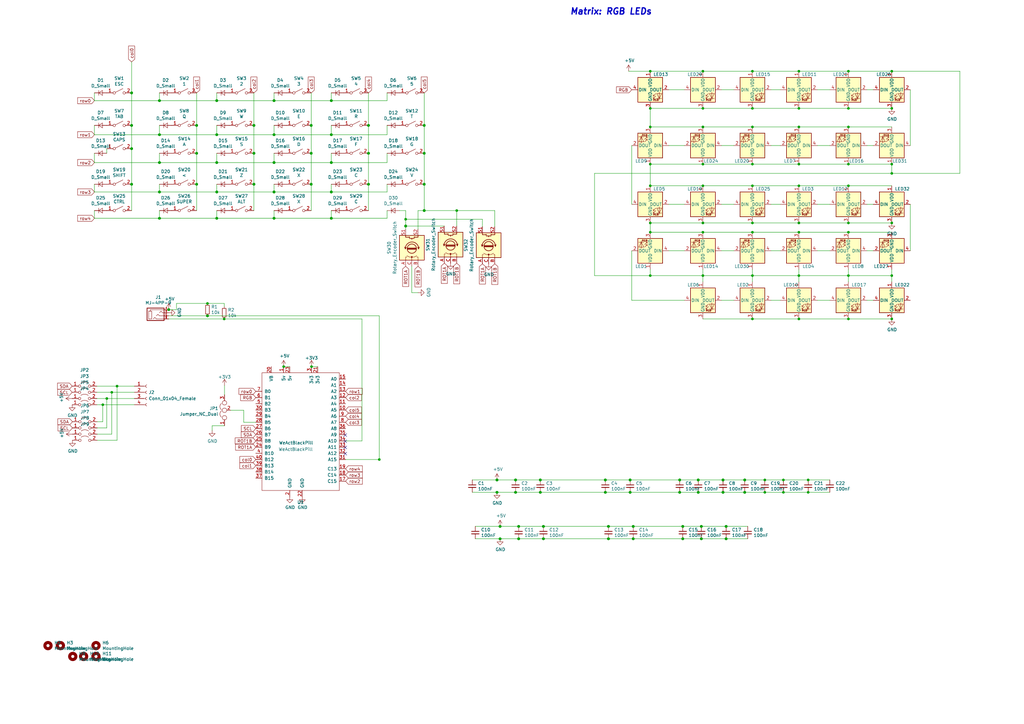
<source format=kicad_sch>
(kicad_sch (version 20210621) (generator eeschema)
  (paper "A3")
  (title_block (title "Stoutgat") (date "2020-07-26") (rev "0.2") (company "TKW"))
  (junction (at 266.7 29.21))
  (junction (at 278.765 201.93) (diameter 1.016))
  (junction (at 365.76 67.31))
  (junction (at 88.9 66.675) (diameter 1.016))
  (junction (at 222.885 220.98) (diameter 1.016))
  (junction (at 221.615 196.85) (diameter 1.016))
  (junction (at 287.655 220.98) (diameter 1.016))
  (junction (at 331.47 201.93))
  (junction (at 280.035 215.9) (diameter 1.016))
  (junction (at 166.37 89.916))
  (junction (at 288.29 52.07))
  (junction (at 212.725 220.98) (diameter 1.016))
  (junction (at 211.455 201.93) (diameter 1.016))
  (junction (at 288.29 76.2))
  (junction (at 104.14 62.865) (diameter 1.016))
  (junction (at 327.66 95.25))
  (junction (at 104.14 75.565) (diameter 1.016))
  (junction (at 151.13 75.565) (diameter 1.016))
  (junction (at 85.09 129.54) (diameter 1.016))
  (junction (at 112.395 41.275) (diameter 1.016))
  (junction (at 116.332 150.368))
  (junction (at 297.815 220.98) (diameter 1.016))
  (junction (at 166.37 92.71) (diameter 1.016))
  (junction (at 327.66 29.21))
  (junction (at 327.66 67.31))
  (junction (at 347.98 67.31))
  (junction (at 112.395 78.74) (diameter 1.016))
  (junction (at 135.89 89.535) (diameter 1.016))
  (junction (at 248.285 201.93) (diameter 1.016))
  (junction (at 127.635 75.565) (diameter 1.016))
  (junction (at 88.9 89.535) (diameter 1.016))
  (junction (at 266.7 52.07))
  (junction (at 173.99 62.865) (diameter 1.016))
  (junction (at 266.7 95.25))
  (junction (at 88.9 78.74) (diameter 1.016))
  (junction (at 187.325 86.36))
  (junction (at 308.61 91.44))
  (junction (at 43.815 163.449))
  (junction (at 42.164 165.989))
  (junction (at 173.99 86.36) (diameter 1.016))
  (junction (at 365.76 91.44))
  (junction (at 53.975 51.435) (diameter 1.016))
  (junction (at 327.66 76.2))
  (junction (at 308.61 67.31))
  (junction (at 327.66 113.03))
  (junction (at 308.61 95.25))
  (junction (at 327.66 52.07))
  (junction (at 347.98 95.25))
  (junction (at 266.7 76.2))
  (junction (at 347.98 91.44))
  (junction (at 331.47 196.85))
  (junction (at 88.9 41.275) (diameter 1.016))
  (junction (at 266.7 113.03))
  (junction (at 288.29 44.45))
  (junction (at 65.405 41.275) (diameter 1.016))
  (junction (at 305.435 201.93) (diameter 1.016))
  (junction (at 365.76 44.45))
  (junction (at 45.847 160.909))
  (junction (at 85.09 124.46))
  (junction (at 258.445 196.85) (diameter 1.016))
  (junction (at 249.555 215.9) (diameter 1.016))
  (junction (at 327.66 44.45))
  (junction (at 151.13 51.435) (diameter 1.016))
  (junction (at 135.89 55.245) (diameter 1.016))
  (junction (at 91.948 130.81))
  (junction (at 288.29 95.25))
  (junction (at 80.645 51.435) (diameter 1.016))
  (junction (at 65.405 55.245) (diameter 1.016))
  (junction (at 205.105 215.9) (diameter 1.016))
  (junction (at 266.7 67.31))
  (junction (at 211.455 196.85) (diameter 1.016))
  (junction (at 155.575 188.468))
  (junction (at 280.035 220.98) (diameter 1.016))
  (junction (at 365.76 130.81))
  (junction (at 321.31 201.93))
  (junction (at 221.615 201.93) (diameter 1.016))
  (junction (at 259.715 220.98) (diameter 1.016))
  (junction (at 173.99 51.435) (diameter 1.016))
  (junction (at 365.76 29.21))
  (junction (at 308.61 113.03))
  (junction (at 65.405 89.535) (diameter 1.016))
  (junction (at 266.7 44.45))
  (junction (at 288.29 91.44))
  (junction (at 151.13 62.865) (diameter 1.016))
  (junction (at 286.385 196.85) (diameter 1.016))
  (junction (at 308.61 29.21))
  (junction (at 53.975 60.96) (diameter 1.016))
  (junction (at 308.61 76.2))
  (junction (at 347.98 76.2))
  (junction (at 365.76 71.12))
  (junction (at 327.66 91.44))
  (junction (at 365.76 113.03))
  (junction (at 308.61 52.07))
  (junction (at 347.98 130.81))
  (junction (at 127.762 150.368))
  (junction (at 258.445 201.93) (diameter 1.016))
  (junction (at 347.98 29.21))
  (junction (at 249.555 220.98) (diameter 1.016))
  (junction (at 297.815 215.9) (diameter 1.016))
  (junction (at 135.89 78.74) (diameter 1.016))
  (junction (at 80.645 62.865) (diameter 1.016))
  (junction (at 104.14 51.435) (diameter 1.016))
  (junction (at 127.635 62.865) (diameter 1.016))
  (junction (at 321.31 196.85))
  (junction (at 205.105 220.98) (diameter 1.016))
  (junction (at 112.395 89.535) (diameter 1.016))
  (junction (at 135.89 66.675) (diameter 1.016))
  (junction (at 327.66 130.81))
  (junction (at 65.405 78.74) (diameter 1.016))
  (junction (at 88.9 55.245) (diameter 1.016))
  (junction (at 135.89 41.275) (diameter 1.016))
  (junction (at 112.395 66.675) (diameter 1.016))
  (junction (at 287.655 215.9) (diameter 1.016))
  (junction (at 308.61 130.81))
  (junction (at 259.715 215.9) (diameter 1.016))
  (junction (at 80.645 75.565) (diameter 1.016))
  (junction (at 296.545 196.85) (diameter 1.016))
  (junction (at 288.29 67.31))
  (junction (at 173.99 75.565) (diameter 1.016))
  (junction (at 222.885 215.9) (diameter 1.016))
  (junction (at 48.006 158.369))
  (junction (at 65.405 66.675) (diameter 1.016))
  (junction (at 203.835 201.93) (diameter 1.016))
  (junction (at 69.215 127) (diameter 1.016))
  (junction (at 313.69 196.85))
  (junction (at 288.29 29.21))
  (junction (at 347.98 113.03))
  (junction (at 313.69 201.93))
  (junction (at 266.7 91.44))
  (junction (at 203.835 196.85) (diameter 1.016))
  (junction (at 288.29 113.03))
  (junction (at 278.765 196.85) (diameter 1.016))
  (junction (at 347.98 52.07))
  (junction (at 286.385 201.93) (diameter 1.016))
  (junction (at 347.98 44.45))
  (junction (at 127.635 51.435) (diameter 1.016))
  (junction (at 53.975 75.565) (diameter 1.016))
  (junction (at 53.975 38.1) (diameter 1.016))
  (junction (at 296.545 201.93) (diameter 1.016))
  (junction (at 248.285 196.85) (diameter 1.016))
  (junction (at 112.395 55.245) (diameter 1.016))
  (junction (at 308.61 44.45))
  (junction (at 212.725 215.9) (diameter 1.016))
  (junction (at 305.435 196.85) (diameter 1.016))
  (no_connect (at 141.605 178.435))
  (no_connect (at 141.605 186.055))
  (no_connect (at 141.605 180.975))
  (no_connect (at 141.605 183.515))
  (wire (pts (xy 274.32 36.83) (xy 280.67 36.83)))
  (wire (pts (xy 295.91 59.69) (xy 300.99 59.69)))
  (wire (pts (xy 295.91 123.19) (xy 300.99 123.19)))
  (wire (pts (xy 53.975 75.565) (xy 53.975 86.36)))
  (wire (pts (xy 258.445 196.85) (xy 278.765 196.85)))
  (wire (pts (xy 65.405 41.275) (xy 38.735 41.275)))
  (wire (pts (xy 335.28 83.82) (xy 340.36 83.82)))
  (wire (pts (xy 127.635 75.565) (xy 127.635 86.36)))
  (wire (pts (xy 355.6 83.82) (xy 358.14 83.82)))
  (wire (pts (xy 221.615 196.85) (xy 248.285 196.85)))
  (wire (pts (xy 222.885 220.98) (xy 249.555 220.98)))
  (wire (pts (xy 65.405 89.535) (xy 38.735 89.535)))
  (wire (pts (xy 48.006 158.369) (xy 48.006 180.594)))
  (wire (pts (xy 39.878 180.594) (xy 48.006 180.594)))
  (wire (pts (xy 116.332 150.368) (xy 118.872 150.368)))
  (wire (pts (xy 286.385 201.93) (xy 278.765 201.93)))
  (wire (pts (xy 158.75 38.1) (xy 158.75 41.275)))
  (wire (pts (xy 197.866 92.964) (xy 197.866 89.916)))
  (wire (pts (xy 197.866 89.916) (xy 166.37 89.916)))
  (wire (pts (xy 158.75 41.275) (xy 135.89 41.275)))
  (wire (pts (xy 355.6 36.83) (xy 358.14 36.83)))
  (wire (pts (xy 316.23 83.82) (xy 320.04 83.82)))
  (wire (pts (xy 295.91 102.87) (xy 300.99 102.87)))
  (wire (pts (xy 155.575 129.54) (xy 155.575 188.468)))
  (wire (pts (xy 155.575 188.468) (xy 155.575 188.595)))
  (wire (pts (xy 222.885 215.9) (xy 249.555 215.9)))
  (wire (pts (xy 316.23 59.69) (xy 320.04 59.69)))
  (wire (pts (xy 53.975 25.4) (xy 53.975 38.1)))
  (wire (pts (xy 148.463 130.81) (xy 91.948 130.81)))
  (wire (pts (xy 91.948 130.81) (xy 69.215 130.81)))
  (wire (pts (xy 141.732 180.848) (xy 148.463 180.848)))
  (wire (pts (xy 148.463 180.848) (xy 148.463 130.81)))
  (wire (pts (xy 65.405 66.675) (xy 38.735 66.675)))
  (wire (pts (xy 88.9 66.675) (xy 65.405 66.675)))
  (wire (pts (xy 327.66 130.81) (xy 347.98 130.81)))
  (wire (pts (xy 308.61 130.81) (xy 327.66 130.81)))
  (wire (pts (xy 347.98 130.81) (xy 365.76 130.81)))
  (wire (pts (xy 288.29 130.81) (xy 308.61 130.81)))
  (wire (pts (xy 151.13 75.565) (xy 151.13 86.36)))
  (wire (pts (xy 69.215 127) (xy 72.39 127)))
  (wire (pts (xy 316.23 36.83) (xy 320.04 36.83)))
  (wire (pts (xy 127.635 51.435) (xy 127.635 62.865)))
  (wire (pts (xy 306.705 220.98) (xy 297.815 220.98)))
  (wire (pts (xy 335.28 123.19) (xy 340.36 123.19)))
  (wire (pts (xy 69.215 129.54) (xy 85.09 129.54)))
  (wire (pts (xy 38.735 55.245) (xy 65.405 55.245)))
  (wire (pts (xy 127.762 150.368) (xy 130.302 150.368)))
  (wire (pts (xy 65.405 78.74) (xy 88.9 78.74)))
  (wire (pts (xy 259.715 220.98) (xy 280.035 220.98)))
  (wire (pts (xy 112.395 38.1) (xy 112.395 41.275)))
  (wire (pts (xy 173.99 51.435) (xy 173.99 62.865)))
  (wire (pts (xy 203.835 201.93) (xy 193.675 201.93)))
  (wire (pts (xy 316.23 102.87) (xy 320.04 102.87)))
  (wire (pts (xy 112.395 75.565) (xy 112.395 78.74)))
  (wire (pts (xy 151.13 75.565) (xy 151.13 62.865)))
  (wire (pts (xy 221.615 201.93) (xy 211.455 201.93)))
  (wire (pts (xy 45.847 160.909) (xy 55.118 160.909)))
  (wire (pts (xy 39.751 160.909) (xy 45.847 160.909)))
  (wire (pts (xy 355.6 59.69) (xy 358.14 59.69)))
  (wire (pts (xy 85.09 129.54) (xy 155.575 129.54)))
  (wire (pts (xy 158.75 89.535) (xy 158.75 86.36)))
  (wire (pts (xy 43.815 163.449) (xy 55.118 163.449)))
  (wire (pts (xy 39.751 163.449) (xy 43.815 163.449)))
  (wire (pts (xy 38.735 75.565) (xy 38.735 78.74)))
  (wire (pts (xy 135.89 66.675) (xy 112.395 66.675)))
  (wire (pts (xy 92.075 158.115) (xy 92.075 161.925)))
  (wire (pts (xy 331.47 196.85) (xy 340.36 196.85)))
  (wire (pts (xy 327.66 52.07) (xy 308.61 52.07)))
  (wire (pts (xy 347.98 52.07) (xy 327.66 52.07)))
  (wire (pts (xy 308.61 52.07) (xy 288.29 52.07)))
  (wire (pts (xy 365.76 52.07) (xy 347.98 52.07)))
  (wire (pts (xy 266.7 52.07) (xy 266.7 44.45)))
  (wire (pts (xy 288.29 52.07) (xy 266.7 52.07)))
  (wire (pts (xy 38.735 78.74) (xy 65.405 78.74)))
  (wire (pts (xy 135.89 51.435) (xy 135.89 55.245)))
  (wire (pts (xy 88.9 62.865) (xy 88.9 66.675)))
  (wire (pts (xy 42.164 165.989) (xy 55.118 165.989)))
  (wire (pts (xy 39.751 165.989) (xy 42.164 165.989)))
  (wire (pts (xy 193.675 196.85) (xy 203.835 196.85)))
  (wire (pts (xy 287.655 220.98) (xy 280.035 220.98)))
  (wire (pts (xy 48.006 158.369) (xy 55.118 158.369)))
  (wire (pts (xy 39.751 158.369) (xy 48.006 158.369)))
  (wire (pts (xy 313.69 196.85) (xy 321.31 196.85)))
  (wire (pts (xy 305.435 196.85) (xy 313.69 196.85)))
  (wire (pts (xy 321.31 196.85) (xy 331.47 196.85)))
  (wire (pts (xy 39.878 175.514) (xy 43.815 175.514)))
  (wire (pts (xy 43.815 175.514) (xy 43.815 163.449)))
  (wire (pts (xy 127.635 62.865) (xy 127.635 75.565)))
  (wire (pts (xy 259.715 220.98) (xy 249.555 220.98)))
  (wire (pts (xy 53.975 60.96) (xy 53.975 51.435)))
  (wire (pts (xy 53.975 51.435) (xy 53.975 38.1)))
  (wire (pts (xy 327.66 113.03) (xy 327.66 115.57)))
  (wire (pts (xy 327.66 110.49) (xy 327.66 113.03)))
  (wire (pts (xy 288.29 113.03) (xy 288.29 115.57)))
  (wire (pts (xy 288.29 110.49) (xy 288.29 113.03)))
  (wire (pts (xy 86.995 174.625) (xy 86.995 176.53)))
  (wire (pts (xy 92.075 174.625) (xy 86.995 174.625)))
  (wire (pts (xy 158.75 62.865) (xy 158.75 66.675)))
  (wire (pts (xy 308.61 44.45) (xy 327.66 44.45)))
  (wire (pts (xy 327.66 44.45) (xy 347.98 44.45)))
  (wire (pts (xy 347.98 44.45) (xy 365.76 44.45)))
  (wire (pts (xy 266.7 44.45) (xy 288.29 44.45)))
  (wire (pts (xy 288.29 44.45) (xy 308.61 44.45)))
  (wire (pts (xy 373.38 36.83) (xy 373.38 59.69)))
  (wire (pts (xy 335.28 36.83) (xy 340.36 36.83)))
  (wire (pts (xy 104.14 51.435) (xy 104.14 38.1)))
  (wire (pts (xy 53.975 60.96) (xy 53.975 75.565)))
  (wire (pts (xy 65.405 51.435) (xy 65.405 55.245)))
  (wire (pts (xy 331.47 201.93) (xy 340.36 201.93)))
  (wire (pts (xy 65.405 62.865) (xy 65.405 66.675)))
  (wire (pts (xy 112.395 62.865) (xy 112.395 66.675)))
  (wire (pts (xy 88.9 75.565) (xy 88.9 78.74)))
  (wire (pts (xy 38.735 66.675) (xy 38.735 62.865)))
  (wire (pts (xy 168.91 120.015) (xy 171.45 120.015)))
  (wire (pts (xy 135.89 89.535) (xy 158.75 89.535)))
  (wire (pts (xy 43.815 60.96) (xy 43.815 62.865)))
  (wire (pts (xy 355.6 102.87) (xy 358.14 102.87)))
  (wire (pts (xy 65.405 38.1) (xy 65.405 41.275)))
  (wire (pts (xy 65.405 75.565) (xy 65.405 78.74)))
  (wire (pts (xy 212.725 215.9) (xy 222.885 215.9)))
  (wire (pts (xy 259.08 59.69) (xy 259.08 83.82)))
  (wire (pts (xy 151.13 62.865) (xy 151.13 51.435)))
  (wire (pts (xy 221.615 201.93) (xy 248.285 201.93)))
  (wire (pts (xy 274.32 59.69) (xy 280.67 59.69)))
  (wire (pts (xy 211.455 201.93) (xy 203.835 201.93)))
  (wire (pts (xy 88.9 89.535) (xy 65.405 89.535)))
  (wire (pts (xy 194.945 215.9) (xy 205.105 215.9)))
  (wire (pts (xy 296.545 196.85) (xy 305.435 196.85)))
  (wire (pts (xy 280.035 215.9) (xy 287.655 215.9)))
  (wire (pts (xy 171.45 93.98) (xy 171.45 86.36)))
  (wire (pts (xy 38.735 51.435) (xy 38.735 55.245)))
  (wire (pts (xy 135.89 75.565) (xy 135.89 78.74)))
  (wire (pts (xy 287.655 215.9) (xy 297.815 215.9)))
  (wire (pts (xy 205.105 220.98) (xy 194.945 220.98)))
  (wire (pts (xy 202.946 86.36) (xy 202.946 92.964)))
  (wire (pts (xy 39.878 172.974) (xy 42.164 172.974)))
  (wire (pts (xy 42.164 172.974) (xy 42.164 165.989)))
  (wire (pts (xy 166.37 92.71) (xy 182.245 92.71)))
  (wire (pts (xy 112.395 51.435) (xy 112.395 55.245)))
  (wire (pts (xy 296.545 201.93) (xy 286.385 201.93)))
  (wire (pts (xy 80.645 62.865) (xy 80.645 51.435)))
  (wire (pts (xy 327.66 91.44) (xy 308.61 91.44)))
  (wire (pts (xy 347.98 91.44) (xy 327.66 91.44)))
  (wire (pts (xy 308.61 91.44) (xy 288.29 91.44)))
  (wire (pts (xy 288.29 91.44) (xy 266.7 91.44)))
  (wire (pts (xy 365.76 91.44) (xy 347.98 91.44)))
  (wire (pts (xy 266.7 91.44) (xy 266.7 95.25)))
  (wire (pts (xy 112.395 78.74) (xy 135.89 78.74)))
  (wire (pts (xy 141.732 188.468) (xy 155.575 188.468)))
  (wire (pts (xy 112.395 86.36) (xy 112.395 89.535)))
  (wire (pts (xy 88.9 55.245) (xy 112.395 55.245)))
  (wire (pts (xy 88.9 38.1) (xy 88.9 41.275)))
  (wire (pts (xy 274.32 83.82) (xy 280.67 83.82)))
  (wire (pts (xy 365.76 113.03) (xy 365.76 115.57)))
  (wire (pts (xy 249.555 215.9) (xy 259.715 215.9)))
  (wire (pts (xy 88.9 78.74) (xy 112.395 78.74)))
  (wire (pts (xy 38.735 89.535) (xy 38.735 86.36)))
  (wire (pts (xy 274.32 102.87) (xy 280.67 102.87)))
  (wire (pts (xy 80.645 51.435) (xy 80.645 38.1)))
  (wire (pts (xy 158.75 66.675) (xy 135.89 66.675)))
  (wire (pts (xy 135.89 55.245) (xy 158.75 55.245)))
  (wire (pts (xy 355.6 123.19) (xy 358.14 123.19)))
  (wire (pts (xy 65.405 86.36) (xy 65.405 89.535)))
  (wire (pts (xy 135.89 86.36) (xy 135.89 89.535)))
  (wire (pts (xy 259.08 123.19) (xy 280.67 123.19)))
  (wire (pts (xy 259.08 102.87) (xy 259.08 123.19)))
  (wire (pts (xy 313.69 201.93) (xy 321.31 201.93)))
  (wire (pts (xy 305.435 201.93) (xy 313.69 201.93)))
  (wire (pts (xy 321.31 201.93) (xy 331.47 201.93)))
  (wire (pts (xy 112.395 41.275) (xy 88.9 41.275)))
  (wire (pts (xy 286.385 196.85) (xy 296.545 196.85)))
  (wire (pts (xy 258.445 201.93) (xy 248.285 201.93)))
  (wire (pts (xy 222.885 220.98) (xy 212.725 220.98)))
  (wire (pts (xy 88.9 89.535) (xy 112.395 89.535)))
  (wire (pts (xy 347.98 110.49) (xy 347.98 113.03)))
  (wire (pts (xy 347.98 113.03) (xy 347.98 115.57)))
  (wire (pts (xy 211.455 196.85) (xy 221.615 196.85)))
  (wire (pts (xy 88.9 51.435) (xy 88.9 55.245)))
  (wire (pts (xy 88.9 41.275) (xy 65.405 41.275)))
  (wire (pts (xy 258.445 201.93) (xy 278.765 201.93)))
  (wire (pts (xy 112.395 55.245) (xy 135.89 55.245)))
  (wire (pts (xy 266.7 67.31) (xy 266.7 76.2)))
  (wire (pts (xy 38.735 41.275) (xy 38.735 38.1)))
  (wire (pts (xy 151.13 51.435) (xy 151.13 38.1)))
  (wire (pts (xy 171.45 86.36) (xy 173.99 86.36)))
  (wire (pts (xy 72.39 127) (xy 72.39 124.46)))
  (wire (pts (xy 166.37 89.916) (xy 166.37 86.36)))
  (wire (pts (xy 166.37 92.71) (xy 166.37 89.916)))
  (wire (pts (xy 166.37 93.98) (xy 166.37 92.71)))
  (wire (pts (xy 335.28 59.69) (xy 340.36 59.69)))
  (wire (pts (xy 365.76 67.31) (xy 365.76 71.12)))
  (wire (pts (xy 308.61 29.21) (xy 327.66 29.21)))
  (wire (pts (xy 327.66 29.21) (xy 347.98 29.21)))
  (wire (pts (xy 347.98 29.21) (xy 365.76 29.21)))
  (wire (pts (xy 393.7 29.21) (xy 393.7 71.12)))
  (wire (pts (xy 393.7 71.12) (xy 365.76 71.12)))
  (wire (pts (xy 365.76 29.21) (xy 393.7 29.21)))
  (wire (pts (xy 266.7 113.03) (xy 288.29 113.03)))
  (wire (pts (xy 243.84 113.03) (xy 266.7 113.03)))
  (wire (pts (xy 243.84 71.12) (xy 243.84 113.03)))
  (wire (pts (xy 365.76 71.12) (xy 243.84 71.12)))
  (wire (pts (xy 266.7 29.21) (xy 288.29 29.21)))
  (wire (pts (xy 257.81 29.21) (xy 266.7 29.21)))
  (wire (pts (xy 288.29 29.21) (xy 308.61 29.21)))
  (wire (pts (xy 327.66 113.03) (xy 347.98 113.03)))
  (wire (pts (xy 365.76 113.03) (xy 365.76 110.49)))
  (wire (pts (xy 347.98 113.03) (xy 365.76 113.03)))
  (wire (pts (xy 308.61 113.03) (xy 327.66 113.03)))
  (wire (pts (xy 288.29 113.03) (xy 308.61 113.03)))
  (wire (pts (xy 173.99 75.565) (xy 173.99 86.36)))
  (wire (pts (xy 158.75 51.435) (xy 158.75 55.245)))
  (wire (pts (xy 308.61 110.49) (xy 308.61 113.03)))
  (wire (pts (xy 308.61 113.03) (xy 308.61 115.57)))
  (wire (pts (xy 166.37 86.36) (xy 163.83 86.36)))
  (wire (pts (xy 308.61 67.31) (xy 327.66 67.31)))
  (wire (pts (xy 327.66 67.31) (xy 347.98 67.31)))
  (wire (pts (xy 288.29 67.31) (xy 308.61 67.31)))
  (wire (pts (xy 266.7 67.31) (xy 288.29 67.31)))
  (wire (pts (xy 347.98 67.31) (xy 365.76 67.31)))
  (wire (pts (xy 297.815 215.9) (xy 306.705 215.9)))
  (wire (pts (xy 373.38 83.82) (xy 373.38 102.87)))
  (wire (pts (xy 347.98 76.2) (xy 365.76 76.2)))
  (wire (pts (xy 308.61 76.2) (xy 327.66 76.2)))
  (wire (pts (xy 327.66 76.2) (xy 347.98 76.2)))
  (wire (pts (xy 288.29 76.2) (xy 308.61 76.2)))
  (wire (pts (xy 266.7 76.2) (xy 288.29 76.2)))
  (wire (pts (xy 91.948 125.73) (xy 91.948 124.46)))
  (wire (pts (xy 85.09 124.46) (xy 91.948 124.46)))
  (wire (pts (xy 72.39 124.46) (xy 85.09 124.46)))
  (wire (pts (xy 248.285 196.85) (xy 258.445 196.85)))
  (wire (pts (xy 135.89 62.865) (xy 135.89 66.675)))
  (wire (pts (xy 259.715 215.9) (xy 280.035 215.9)))
  (wire (pts (xy 187.325 86.36) (xy 202.946 86.36)))
  (wire (pts (xy 187.325 92.71) (xy 187.325 86.36)))
  (wire (pts (xy 173.99 86.36) (xy 187.325 86.36)))
  (wire (pts (xy 80.645 75.565) (xy 80.645 62.865)))
  (wire (pts (xy 205.105 215.9) (xy 212.725 215.9)))
  (wire (pts (xy 45.847 178.054) (xy 45.847 160.909)))
  (wire (pts (xy 39.878 178.054) (xy 45.847 178.054)))
  (wire (pts (xy 278.765 196.85) (xy 286.385 196.85)))
  (wire (pts (xy 305.435 201.93) (xy 296.545 201.93)))
  (wire (pts (xy 158.75 75.565) (xy 158.75 78.74)))
  (wire (pts (xy 104.14 75.565) (xy 104.14 62.865)))
  (wire (pts (xy 297.815 220.98) (xy 287.655 220.98)))
  (wire (pts (xy 168.91 109.22) (xy 168.91 120.015)))
  (wire (pts (xy 104.14 62.865) (xy 104.14 51.435)))
  (wire (pts (xy 65.405 55.245) (xy 88.9 55.245)))
  (wire (pts (xy 135.89 38.1) (xy 135.89 41.275)))
  (wire (pts (xy 212.725 220.98) (xy 205.105 220.98)))
  (wire (pts (xy 173.99 38.1) (xy 173.99 51.435)))
  (wire (pts (xy 112.395 66.675) (xy 88.9 66.675)))
  (wire (pts (xy 295.91 83.82) (xy 300.99 83.82)))
  (wire (pts (xy 80.645 86.36) (xy 80.645 75.565)))
  (wire (pts (xy 88.9 86.36) (xy 88.9 89.535)))
  (wire (pts (xy 173.99 62.865) (xy 173.99 75.565)))
  (wire (pts (xy 99.949 173.228) (xy 104.902 173.228)))
  (wire (pts (xy 94.615 168.275) (xy 99.949 168.275)))
  (wire (pts (xy 99.949 168.275) (xy 99.949 173.228)))
  (wire (pts (xy 135.89 78.74) (xy 158.75 78.74)))
  (wire (pts (xy 203.835 196.85) (xy 211.455 196.85)))
  (wire (pts (xy 112.395 89.535) (xy 135.89 89.535)))
  (wire (pts (xy 335.28 102.87) (xy 340.36 102.87)))
  (wire (pts (xy 316.23 123.19) (xy 320.04 123.19)))
  (wire (pts (xy 104.14 86.36) (xy 104.14 75.565)))
  (wire (pts (xy 266.7 110.49) (xy 266.7 113.03)))
  (wire (pts (xy 127.635 38.1) (xy 127.635 51.435)))
  (wire (pts (xy 135.89 41.275) (xy 112.395 41.275)))
  (wire (pts (xy 295.91 36.83) (xy 300.99 36.83)))
  (wire (pts (xy 266.7 95.25) (xy 288.29 95.25)))
  (wire (pts (xy 327.66 95.25) (xy 347.98 95.25)))
  (wire (pts (xy 347.98 95.25) (xy 365.76 95.25)))
  (wire (pts (xy 308.61 95.25) (xy 327.66 95.25)))
  (wire (pts (xy 288.29 95.25) (xy 308.61 95.25)))
  (text "Matrix: RGB LEDs" (at 233.68 6.35 0) (effects (font (size 2.54 2.54) (thickness 0.508) bold italic) (justify left bottom)))
  (global_label "row2" (shape input) (at 38.735 66.675 180) (property "Intersheet References" "${INTERSHEET_REFS}" (effects hide)))
  (global_label "ROT1A" (shape input) (at 197.866 108.204 270) (property "Intersheet References" "${INTERSHEET_REFS}" (effects hide)))
  (global_label "SDA" (shape input) (at 29.591 158.369 180) (property "Intersheet References" "${INTERSHEET_REFS}" (effects hide)))
  (global_label "RGB" (shape input) (at 259.08 36.83 180) (property "Intersheet References" "${INTERSHEET_REFS}" (effects hide)))
  (global_label "col3" (shape input) (at 127.635 38.1 90) (property "Intersheet References" "${INTERSHEET_REFS}" (effects hide)))
  (global_label "col0" (shape input) (at 104.902 188.468 180) (property "Intersheet References" "${INTERSHEET_REFS}" (effects hide)))
  (global_label "col1" (shape input) (at 80.645 38.1 90) (property "Intersheet References" "${INTERSHEET_REFS}" (effects hide)))
  (global_label "row4" (shape input) (at 141.732 192.278 0) (property "Intersheet References" "${INTERSHEET_REFS}" (effects hide)))
  (global_label "SDA" (shape input) (at 29.718 172.974 180) (property "Intersheet References" "${INTERSHEET_REFS}" (effects hide)))
  (global_label "ROT1B" (shape input) (at 104.902 180.848 180) (property "Intersheet References" "${INTERSHEET_REFS}" (effects hide)))
  (global_label "ROT1B" (shape input) (at 202.946 108.204 270) (property "Intersheet References" "${INTERSHEET_REFS}" (effects hide)))
  (global_label "col1" (shape input) (at 104.902 191.008 180) (property "Intersheet References" "${INTERSHEET_REFS}" (effects hide)))
  (global_label "col5" (shape input) (at 141.732 168.148 0) (property "Intersheet References" "${INTERSHEET_REFS}" (effects hide)))
  (global_label "SDA" (shape input) (at 104.902 178.308 180) (property "Intersheet References" "${INTERSHEET_REFS}" (effects hide)))
  (global_label "col0" (shape input) (at 53.975 25.4 90) (property "Intersheet References" "${INTERSHEET_REFS}" (effects hide)))
  (global_label "row1" (shape input) (at 141.732 160.528 0) (property "Intersheet References" "${INTERSHEET_REFS}" (effects hide)))
  (global_label "ROT1B" (shape input) (at 171.45 109.22 270) (property "Intersheet References" "${INTERSHEET_REFS}" (effects hide)))
  (global_label "ROT1A" (shape input) (at 182.245 107.95 270) (property "Intersheet References" "${INTERSHEET_REFS}" (effects hide)))
  (global_label "ROT1A" (shape input) (at 104.902 183.388 180) (property "Intersheet References" "${INTERSHEET_REFS}" (effects hide)))
  (global_label "row3" (shape input) (at 38.735 78.74 180) (property "Intersheet References" "${INTERSHEET_REFS}" (effects hide)))
  (global_label "ROT1B" (shape input) (at 187.325 107.95 270) (property "Intersheet References" "${INTERSHEET_REFS}" (effects hide)))
  (global_label "SCL" (shape input) (at 29.718 175.514 180) (property "Intersheet References" "${INTERSHEET_REFS}" (effects hide)))
  (global_label "ROT1A" (shape input) (at 166.37 109.22 270) (property "Intersheet References" "${INTERSHEET_REFS}" (effects hide)))
  (global_label "SCL" (shape input) (at 29.591 160.909 180) (property "Intersheet References" "${INTERSHEET_REFS}" (effects hide)))
  (global_label "col4" (shape input) (at 151.13 38.1 90) (property "Intersheet References" "${INTERSHEET_REFS}" (effects hide)))
  (global_label "SCL" (shape input) (at 104.902 175.768 180) (property "Intersheet References" "${INTERSHEET_REFS}" (effects hide)))
  (global_label "row0" (shape input) (at 104.902 160.528 180) (property "Intersheet References" "${INTERSHEET_REFS}" (effects hide)))
  (global_label "col2" (shape input) (at 104.14 38.1 90) (property "Intersheet References" "${INTERSHEET_REFS}" (effects hide)))
  (global_label "row1" (shape input) (at 38.735 55.245 180) (property "Intersheet References" "${INTERSHEET_REFS}" (effects hide)))
  (global_label "col2" (shape input) (at 141.732 163.068 0) (property "Intersheet References" "${INTERSHEET_REFS}" (effects hide)))
  (global_label "col3" (shape input) (at 141.732 173.228 0) (property "Intersheet References" "${INTERSHEET_REFS}" (effects hide)))
  (global_label "col5" (shape input) (at 173.99 38.1 90) (property "Intersheet References" "${INTERSHEET_REFS}" (effects hide)))
  (global_label "RGB" (shape input) (at 104.902 163.068 180) (property "Intersheet References" "${INTERSHEET_REFS}" (effects hide)))
  (global_label "col4" (shape input) (at 141.732 170.688 0) (property "Intersheet References" "${INTERSHEET_REFS}" (effects hide)))
  (global_label "row3" (shape input) (at 141.732 194.818 0) (property "Intersheet References" "${INTERSHEET_REFS}" (effects hide)))
  (global_label "row0" (shape input) (at 38.735 41.275 180) (property "Intersheet References" "${INTERSHEET_REFS}" (effects hide)))
  (global_label "row2" (shape input) (at 141.732 197.358 0) (property "Intersheet References" "${INTERSHEET_REFS}" (effects hide)))
  (global_label "row4" (shape input) (at 38.735 89.535 180) (property "Intersheet References" "${INTERSHEET_REFS}" (effects hide)))
  (symbol (lib_id "Switch:SW_SPST") (at 48.895 38.1 0) (unit 1)
    (property "Reference" "SW1" (at 48.895 32.131 0))
    (property "Value" "ESC" (at 48.895 34.4424 0))
    (property "Footprint" "reversible-kicad-footprints:MX-1U-Hotswap" (effects hide))
  )
  (symbol (lib_id "Device:D_Small") (at 41.275 38.1 0) (unit 1)
    (property "Reference" "D1" (at 41.275 32.893 0))
    (property "Value" "D_Small" (at 41.275 35.2044 0))
    (property "Footprint" "reversible-kicad-footprints:D_SOD-123" (effects hide))
  )
  (symbol (lib_id "Switch:SW_SPST") (at 48.895 51.435 0) (unit 1)
    (property "Reference" "SW7" (at 48.895 45.466 0))
    (property "Value" "TAB" (at 48.895 47.7774 0))
    (property "Footprint" "reversible-kicad-footprints:MX-1U-Hotswap" (effects hide))
  )
  (symbol (lib_id "Switch:SW_SPST") (at 48.895 75.565 0) (unit 1)
    (property "Reference" "SW19" (at 48.895 69.596 0))
    (property "Value" "SHIFT" (at 48.895 71.9074 0))
    (property "Footprint" "reversible-kicad-footprints:MX-1U-Hotswap" (effects hide))
  )
  (symbol (lib_id "Switch:SW_SPST") (at 48.895 86.36 0) (unit 1)
    (property "Reference" "SW25" (at 48.895 80.391 0))
    (property "Value" "CTRL" (at 48.895 82.7024 0))
    (property "Footprint" "reversible-kicad-footprints:MX-1U-Hotswap" (effects hide))
  )
  (symbol (lib_id "Device:D_Small") (at 41.275 51.435 0) (unit 1)
    (property "Reference" "D7" (at 41.275 46.228 0))
    (property "Value" "D_Small" (at 41.275 48.5394 0))
    (property "Footprint" "reversible-kicad-footprints:D_SOD-123" (effects hide))
  )
  (symbol (lib_id "Device:D_Small") (at 41.275 62.865 0) (unit 1)
    (property "Reference" "D13" (at 41.275 57.658 0))
    (property "Value" "D_Small" (at 41.275 59.9694 0))
    (property "Footprint" "reversible-kicad-footprints:D_SOD-123" (effects hide))
  )
  (symbol (lib_id "Device:D_Small") (at 41.275 75.565 0) (unit 1)
    (property "Reference" "D19" (at 41.275 70.358 0))
    (property "Value" "D_Small" (at 41.275 72.6694 0))
    (property "Footprint" "reversible-kicad-footprints:D_SOD-123" (effects hide))
  )
  (symbol (lib_id "Device:D_Small") (at 41.275 86.36 0) (unit 1)
    (property "Reference" "D25" (at 41.275 81.153 0))
    (property "Value" "D_Small" (at 41.275 83.4644 0))
    (property "Footprint" "reversible-kicad-footprints:D_SOD-123" (effects hide))
  )
  (symbol (lib_id "Switch:SW_SPST") (at 75.565 38.1 0) (unit 1)
    (property "Reference" "SW2" (at 75.565 32.131 0))
    (property "Value" "1" (at 75.565 34.4424 0))
    (property "Footprint" "reversible-kicad-footprints:MX-1U-Hotswap" (effects hide))
  )
  (symbol (lib_id "Device:D_Small") (at 67.945 38.1 0) (unit 1)
    (property "Reference" "D2" (at 67.945 32.893 0))
    (property "Value" "D_Small" (at 67.945 35.2044 0))
    (property "Footprint" "reversible-kicad-footprints:D_SOD-123" (effects hide))
  )
  (symbol (lib_id "Switch:SW_SPST") (at 75.565 62.865 0) (unit 1)
    (property "Reference" "SW14" (at 75.565 56.896 0))
    (property "Value" "A" (at 75.565 59.2074 0))
    (property "Footprint" "reversible-kicad-footprints:MX-1U-Hotswap" (effects hide))
  )
  (symbol (lib_id "Switch:SW_SPST") (at 75.565 75.565 0) (unit 1)
    (property "Reference" "SW20" (at 75.565 69.596 0))
    (property "Value" "<" (at 75.565 71.9074 0))
    (property "Footprint" "reversible-kicad-footprints:MX-1U-Hotswap" (effects hide))
  )
  (symbol (lib_id "Switch:SW_SPST") (at 75.565 86.36 0) (unit 1)
    (property "Reference" "SW26" (at 75.565 80.391 0))
    (property "Value" "SUPER" (at 75.565 82.7024 0))
    (property "Footprint" "reversible-kicad-footprints:MX-1U-Hotswap" (effects hide))
  )
  (symbol (lib_id "Device:D_Small") (at 67.945 62.865 0) (unit 1)
    (property "Reference" "D14" (at 67.945 57.658 0))
    (property "Value" "D_Small" (at 67.945 59.9694 0))
    (property "Footprint" "reversible-kicad-footprints:D_SOD-123" (effects hide))
  )
  (symbol (lib_id "Device:D_Small") (at 67.945 75.565 0) (unit 1)
    (property "Reference" "D20" (at 67.945 70.358 0))
    (property "Value" "D_Small" (at 67.945 72.6694 0))
    (property "Footprint" "reversible-kicad-footprints:D_SOD-123" (effects hide))
  )
  (symbol (lib_id "Device:D_Small") (at 67.945 86.36 0) (unit 1)
    (property "Reference" "D26" (at 67.945 81.153 0))
    (property "Value" "D_Small" (at 67.945 83.4644 0))
    (property "Footprint" "reversible-kicad-footprints:D_SOD-123" (effects hide))
  )
  (symbol (lib_id "Switch:SW_SPST") (at 99.06 38.1 0) (unit 1)
    (property "Reference" "SW3" (at 99.06 32.131 0))
    (property "Value" "2" (at 99.06 34.4424 0))
    (property "Footprint" "reversible-kicad-footprints:MX-1U-Hotswap" (effects hide))
  )
  (symbol (lib_id "Device:D_Small") (at 91.44 38.1 0) (unit 1)
    (property "Reference" "D3" (at 91.44 32.893 0))
    (property "Value" "D_Small" (at 91.44 35.2044 0))
    (property "Footprint" "reversible-kicad-footprints:D_SOD-123" (effects hide))
  )
  (symbol (lib_id "Switch:SW_SPST") (at 75.565 51.435 0) (unit 1)
    (property "Reference" "SW8" (at 75.565 45.466 0))
    (property "Value" "Q" (at 75.565 47.7774 0))
    (property "Footprint" "reversible-kicad-footprints:MX-1U-Hotswap" (effects hide))
  )
  (symbol (lib_id "Switch:SW_SPST") (at 99.06 62.865 0) (unit 1)
    (property "Reference" "SW15" (at 99.06 56.896 0))
    (property "Value" "S" (at 99.06 59.2074 0))
    (property "Footprint" "reversible-kicad-footprints:MX-1U-Hotswap" (effects hide))
  )
  (symbol (lib_id "Switch:SW_SPST") (at 99.06 75.565 0) (unit 1)
    (property "Reference" "SW21" (at 99.06 69.596 0))
    (property "Value" "Z" (at 99.06 71.9074 0))
    (property "Footprint" "reversible-kicad-footprints:MX-1U-Hotswap" (effects hide))
  )
  (symbol (lib_id "Switch:SW_SPST") (at 99.06 86.36 0) (unit 1)
    (property "Reference" "SW27" (at 99.06 80.391 0))
    (property "Value" "ALT" (at 99.06 82.7024 0))
    (property "Footprint" "reversible-kicad-footprints:MX-1U-Hotswap" (effects hide))
  )
  (symbol (lib_id "Device:D_Small") (at 67.945 51.435 0) (unit 1)
    (property "Reference" "D8" (at 67.945 46.228 0))
    (property "Value" "D_Small" (at 67.945 48.5394 0))
    (property "Footprint" "reversible-kicad-footprints:D_SOD-123" (effects hide))
  )
  (symbol (lib_id "Device:D_Small") (at 91.44 62.865 0) (unit 1)
    (property "Reference" "D15" (at 91.44 57.658 0))
    (property "Value" "D_Small" (at 91.44 59.9694 0))
    (property "Footprint" "reversible-kicad-footprints:D_SOD-123" (effects hide))
  )
  (symbol (lib_id "Device:D_Small") (at 91.44 75.565 0) (unit 1)
    (property "Reference" "D21" (at 91.44 70.358 0))
    (property "Value" "D_Small" (at 91.44 72.6694 0))
    (property "Footprint" "reversible-kicad-footprints:D_SOD-123" (effects hide))
  )
  (symbol (lib_id "Device:D_Small") (at 91.44 86.36 0) (unit 1)
    (property "Reference" "D27" (at 91.44 81.153 0))
    (property "Value" "D_Small" (at 91.44 83.4644 0))
    (property "Footprint" "reversible-kicad-footprints:D_SOD-123" (effects hide))
  )
  (symbol (lib_id "Switch:SW_SPST") (at 122.555 38.1 0) (unit 1)
    (property "Reference" "SW4" (at 122.555 32.131 0))
    (property "Value" "3" (at 122.555 34.4424 0))
    (property "Footprint" "reversible-kicad-footprints:MX-1U-Hotswap" (effects hide))
  )
  (symbol (lib_id "Device:D_Small") (at 114.935 38.1 0) (unit 1)
    (property "Reference" "D4" (at 114.935 32.893 0))
    (property "Value" "D_Small" (at 114.935 35.2044 0))
    (property "Footprint" "reversible-kicad-footprints:D_SOD-123" (effects hide))
  )
  (symbol (lib_id "Switch:SW_SPST") (at 99.06 51.435 0) (unit 1)
    (property "Reference" "SW9" (at 99.06 45.466 0))
    (property "Value" "W" (at 99.06 47.7774 0))
    (property "Footprint" "reversible-kicad-footprints:MX-1U-Hotswap" (effects hide))
  )
  (symbol (lib_id "Switch:SW_SPST") (at 122.555 62.865 0) (unit 1)
    (property "Reference" "SW16" (at 122.555 56.896 0))
    (property "Value" "D" (at 122.555 59.2074 0))
    (property "Footprint" "reversible-kicad-footprints:MX-1U-Hotswap" (effects hide))
  )
  (symbol (lib_id "Switch:SW_SPST") (at 122.555 75.565 0) (unit 1)
    (property "Reference" "SW22" (at 122.555 69.596 0))
    (property "Value" "X" (at 122.555 71.9074 0))
    (property "Footprint" "reversible-kicad-footprints:MX-1U-Hotswap" (effects hide))
  )
  (symbol (lib_id "Device:D_Small") (at 91.44 51.435 0) (unit 1)
    (property "Reference" "D9" (at 91.44 46.228 0))
    (property "Value" "D_Small" (at 91.44 48.5394 0))
    (property "Footprint" "reversible-kicad-footprints:D_SOD-123" (effects hide))
  )
  (symbol (lib_id "Device:D_Small") (at 114.935 62.865 0) (unit 1)
    (property "Reference" "D16" (at 114.935 57.658 0))
    (property "Value" "D_Small" (at 114.935 59.9694 0))
    (property "Footprint" "reversible-kicad-footprints:D_SOD-123" (effects hide))
  )
  (symbol (lib_id "Device:D_Small") (at 114.935 75.565 0) (unit 1)
    (property "Reference" "D22" (at 114.935 70.358 0))
    (property "Value" "D_Small" (at 114.935 72.6694 0))
    (property "Footprint" "reversible-kicad-footprints:D_SOD-123" (effects hide))
  )
  (symbol (lib_id "Switch:SW_SPST") (at 146.05 38.1 0) (unit 1)
    (property "Reference" "SW5" (at 146.05 32.131 0))
    (property "Value" "4" (at 146.05 34.4424 0))
    (property "Footprint" "reversible-kicad-footprints:MX-1U-Hotswap" (effects hide))
  )
  (symbol (lib_id "Device:D_Small") (at 138.43 38.1 0) (unit 1)
    (property "Reference" "D5" (at 138.43 32.893 0))
    (property "Value" "D_Small" (at 138.43 35.2044 0))
    (property "Footprint" "reversible-kicad-footprints:D_SOD-123" (effects hide))
  )
  (symbol (lib_id "Switch:SW_SPST") (at 122.555 51.435 0) (unit 1)
    (property "Reference" "SW10" (at 122.555 45.466 0))
    (property "Value" "E" (at 122.555 47.7774 0))
    (property "Footprint" "reversible-kicad-footprints:MX-1U-Hotswap" (effects hide))
  )
  (symbol (lib_id "Switch:SW_SPST") (at 146.05 62.865 0) (unit 1)
    (property "Reference" "SW17" (at 146.05 56.896 0))
    (property "Value" "F" (at 146.05 59.2074 0))
    (property "Footprint" "reversible-kicad-footprints:MX-1U-Hotswap" (effects hide))
  )
  (symbol (lib_id "Switch:SW_SPST") (at 146.05 75.565 0) (unit 1)
    (property "Reference" "SW23" (at 146.05 69.596 0))
    (property "Value" "C" (at 146.05 71.9074 0))
    (property "Footprint" "reversible-kicad-footprints:MX-1U-Hotswap" (effects hide))
  )
  (symbol (lib_id "Device:D_Small") (at 114.935 51.435 0) (unit 1)
    (property "Reference" "D10" (at 114.935 46.228 0))
    (property "Value" "D_Small" (at 114.935 48.5394 0))
    (property "Footprint" "reversible-kicad-footprints:D_SOD-123" (effects hide))
  )
  (symbol (lib_id "Device:D_Small") (at 138.43 62.865 0) (unit 1)
    (property "Reference" "D17" (at 138.43 57.658 0))
    (property "Value" "D_Small" (at 138.43 59.9694 0))
    (property "Footprint" "reversible-kicad-footprints:D_SOD-123" (effects hide))
  )
  (symbol (lib_id "Device:D_Small") (at 138.43 75.565 0) (unit 1)
    (property "Reference" "D23" (at 138.43 70.358 0))
    (property "Value" "D_Small" (at 138.43 72.6694 0))
    (property "Footprint" "reversible-kicad-footprints:D_SOD-123" (effects hide))
  )
  (symbol (lib_id "Switch:SW_SPST") (at 168.91 38.1 0) (unit 1)
    (property "Reference" "SW6" (at 168.91 32.131 0))
    (property "Value" "5" (at 168.91 34.4424 0))
    (property "Footprint" "reversible-kicad-footprints:MX-1U-Hotswap" (effects hide))
  )
  (symbol (lib_id "Device:D_Small") (at 161.29 38.1 0) (unit 1)
    (property "Reference" "D6" (at 161.29 32.893 0))
    (property "Value" "D_Small" (at 161.29 35.2044 0))
    (property "Footprint" "reversible-kicad-footprints:D_SOD-123" (effects hide))
  )
  (symbol (lib_id "Switch:SW_SPST") (at 146.05 51.435 0) (unit 1)
    (property "Reference" "SW11" (at 146.05 45.466 0))
    (property "Value" "R" (at 146.05 47.7774 0))
    (property "Footprint" "reversible-kicad-footprints:MX-1U-Hotswap" (effects hide))
  )
  (symbol (lib_id "Switch:SW_SPST") (at 168.91 62.865 0) (unit 1)
    (property "Reference" "SW18" (at 168.91 56.896 0))
    (property "Value" "G" (at 168.91 59.2074 0))
    (property "Footprint" "reversible-kicad-footprints:MX-1U-Hotswap" (effects hide))
  )
  (symbol (lib_id "Switch:SW_SPST") (at 168.91 75.565 0) (unit 1)
    (property "Reference" "SW24" (at 168.91 69.596 0))
    (property "Value" "V" (at 168.91 71.9074 0))
    (property "Footprint" "reversible-kicad-footprints:MX-1U-Hotswap" (effects hide))
  )
  (symbol (lib_id "Device:D_Small") (at 138.43 51.435 0) (unit 1)
    (property "Reference" "D11" (at 138.43 46.228 0))
    (property "Value" "D_Small" (at 138.43 48.5394 0))
    (property "Footprint" "reversible-kicad-footprints:D_SOD-123" (effects hide))
  )
  (symbol (lib_id "Device:D_Small") (at 161.29 62.865 0) (unit 1)
    (property "Reference" "D18" (at 161.29 57.658 0))
    (property "Value" "D_Small" (at 161.29 59.9694 0))
    (property "Footprint" "reversible-kicad-footprints:D_SOD-123" (effects hide))
  )
  (symbol (lib_id "Device:D_Small") (at 161.29 75.565 0) (unit 1)
    (property "Reference" "D24" (at 161.29 70.358 0))
    (property "Value" "D_Small" (at 161.29 72.6694 0))
    (property "Footprint" "reversible-kicad-footprints:D_SOD-123" (effects hide))
  )
  (symbol (lib_id "Switch:SW_SPST") (at 168.91 51.435 0) (unit 1)
    (property "Reference" "SW12" (at 168.91 45.466 0))
    (property "Value" "T" (at 168.91 47.7774 0))
    (property "Footprint" "reversible-kicad-footprints:MX-1U-Hotswap" (effects hide))
  )
  (symbol (lib_id "Device:D_Small") (at 161.29 51.435 0) (unit 1)
    (property "Reference" "D12" (at 161.29 46.228 0))
    (property "Value" "D_Small" (at 161.29 48.5394 0))
    (property "Footprint" "reversible-kicad-footprints:D_SOD-123" (effects hide))
  )
  (symbol (lib_id "Mechanical:MountingHole") (at 39.37 264.795 0) (unit 1)
    (property "Reference" "H6" (at 41.91 263.6266 0) (effects (justify left)))
    (property "Value" "MountingHole" (at 41.91 265.938 0) (effects (justify left)))
    (property "Footprint" "MountingHole:MountingHole_3.2mm_M3" (effects hide))
  )
  (symbol (lib_id "Mechanical:MountingHole") (at 39.37 269.24 0) (unit 1)
    (property "Reference" "H11" (at 41.91 268.0716 0) (effects (justify left)))
    (property "Value" "MountingHole" (at 41.91 270.383 0) (effects (justify left)))
    (property "Footprint" "MountingHole:MountingHole_3.2mm_M3" (effects hide))
  )
  (symbol (lib_id "knopkop:WeActBlackPill") (at 123.825 168.275 0) (unit 1)
    (property "Reference" "U?" (at 123.19 206.0956 0))
    (property "Value" "WeActBlackPill" (at 121.285 184.277 0))
    (property "Footprint" "tkw:Blackpill" (effects hide))
  )
  (symbol (lib_id "Device:Rotary_Encoder_Switch") (at 168.91 101.6 90) (unit 1)
    (property "Reference" "SW30" (at 159.5882 101.6 0))
    (property "Value" "Rotary_Encoder_Switch" (at 161.8996 101.6 0))
    (property "Footprint" "Rotary_Encoder:RotaryEncoder_Alps_EC11E-Switch_Vertical_H20mm" (effects hide))
  )
  (symbol (lib_id "power:GND") (at 171.45 120.015 90) (unit 1)
    (property "Reference" "#PWR01" (effects hide))
    (property "Value" "GND" (at 175.8442 119.888 0))
  )
  (symbol (lib_id "power:GND") (at 118.872 203.708 0) (unit 1)
    (property "Reference" "#PWR07" (effects hide))
    (property "Value" "GND" (at 118.999 208.1022 0))
  )
  (symbol (lib_id "power:GND") (at 123.952 203.708 0) (unit 1)
    (property "Reference" "#PWR08" (effects hide))
    (property "Value" "GND" (at 124.079 208.1022 0))
  )
  (symbol (lib_id "power:+5V") (at 116.332 150.368 0) (unit 1)
    (property "Reference" "#PWR04" (effects hide))
    (property "Value" "+5V" (at 116.713 145.9738 0))
  )
  (symbol (lib_id "Device:C_Small") (at 193.675 199.39 0) (unit 1)
    (property "Reference" "C1" (at 196.0118 198.2216 0) (effects (justify left)))
    (property "Value" "100nF" (at 196.0118 200.533 0) (effects (justify left)))
    (property "Footprint" "reversible-kicad-footprints:C-0805_2012Metric" (effects hide))
  )
  (symbol (lib_id "Device:C_Small") (at 211.455 199.39 0) (unit 1)
    (property "Reference" "C2" (at 213.7918 198.2216 0) (effects (justify left)))
    (property "Value" "100nF" (at 213.7918 200.533 0) (effects (justify left)))
    (property "Footprint" "reversible-kicad-footprints:C-0805_2012Metric" (effects hide))
  )
  (symbol (lib_id "Device:C_Small") (at 221.615 199.39 0) (unit 1)
    (property "Reference" "C3" (at 223.9518 198.2216 0) (effects (justify left)))
    (property "Value" "100nF" (at 223.9518 200.533 0) (effects (justify left)))
    (property "Footprint" "reversible-kicad-footprints:C-0805_2012Metric" (effects hide))
  )
  (symbol (lib_id "Device:C_Small") (at 248.285 199.39 0) (unit 1)
    (property "Reference" "C4" (at 250.6218 198.2216 0) (effects (justify left)))
    (property "Value" "100nF" (at 250.6218 200.533 0) (effects (justify left)))
    (property "Footprint" "reversible-kicad-footprints:C-0805_2012Metric" (effects hide))
  )
  (symbol (lib_id "Device:C_Small") (at 258.445 199.39 0) (unit 1)
    (property "Reference" "C5" (at 260.7818 198.2216 0) (effects (justify left)))
    (property "Value" "100nF" (at 260.7818 200.533 0) (effects (justify left)))
    (property "Footprint" "reversible-kicad-footprints:C-0805_2012Metric" (effects hide))
  )
  (symbol (lib_id "Device:C_Small") (at 278.765 199.39 0) (unit 1)
    (property "Reference" "C6" (at 281.1018 198.2216 0) (effects (justify left)))
    (property "Value" "100nF" (at 281.1018 200.533 0) (effects (justify left)))
    (property "Footprint" "reversible-kicad-footprints:C-0805_2012Metric" (effects hide))
  )
  (symbol (lib_id "Device:C_Small") (at 286.385 199.39 0) (unit 1)
    (property "Reference" "C7" (at 288.7218 198.2216 0) (effects (justify left)))
    (property "Value" "100nF" (at 288.7218 200.533 0) (effects (justify left)))
    (property "Footprint" "reversible-kicad-footprints:C-0805_2012Metric" (effects hide))
  )
  (symbol (lib_id "Device:C_Small") (at 296.545 199.39 0) (unit 1)
    (property "Reference" "C8" (at 298.8818 198.2216 0) (effects (justify left)))
    (property "Value" "100nF" (at 298.8818 200.533 0) (effects (justify left)))
    (property "Footprint" "reversible-kicad-footprints:C-0805_2012Metric" (effects hide))
  )
  (symbol (lib_id "Device:C_Small") (at 305.435 199.39 0) (unit 1)
    (property "Reference" "C9" (at 307.7718 198.2216 0) (effects (justify left)))
    (property "Value" "100nF" (at 307.7718 200.533 0) (effects (justify left)))
    (property "Footprint" "reversible-kicad-footprints:C-0805_2012Metric" (effects hide))
  )
  (symbol (lib_id "power:GND") (at 203.835 201.93 0) (unit 1)
    (property "Reference" "#PWR06" (effects hide))
    (property "Value" "GND" (at 203.962 206.3242 0))
  )
  (symbol (lib_id "power:+5V") (at 203.835 196.85 0) (unit 1)
    (property "Reference" "#PWR05" (effects hide))
    (property "Value" "+5V" (at 204.216 192.4558 0))
  )
  (symbol (lib_id "Mechanical:MountingHole") (at 24.765 264.795 0) (unit 1)
    (property "Reference" "H3" (at 27.305 263.6266 0) (effects (justify left)))
    (property "Value" "MountingHole" (at 27.305 265.938 0) (effects (justify left)))
    (property "Footprint" "MountingHole:MountingHole_3.2mm_M3" (effects hide))
  )
  (symbol (lib_id "Mechanical:MountingHole") (at 19.685 264.795 0) (unit 1)
    (property "Reference" "H2" (at 22.225 263.6266 0) (effects (justify left)))
    (property "Value" "MountingHole" (at 22.225 265.938 0) (effects (justify left)))
    (property "Footprint" "MountingHole:MountingHole_3.2mm_M3" (effects hide))
  )
  (symbol (lib_id "Mechanical:MountingHole") (at 29.845 269.24 0) (unit 1)
    (property "Reference" "H9" (at 32.385 268.0716 0) (effects (justify left)))
    (property "Value" "MountingHole" (at 32.385 270.383 0) (effects (justify left)))
    (property "Footprint" "MountingHole:MountingHole_3.2mm_M3" (effects hide))
  )
  (symbol (lib_id "Mechanical:MountingHole") (at 34.29 269.24 0) (unit 1)
    (property "Reference" "H10" (at 36.83 268.0716 0) (effects (justify left)))
    (property "Value" "MountingHole" (at 36.83 270.383 0) (effects (justify left)))
    (property "Footprint" "MountingHole:MountingHole_3.2mm_M3" (effects hide))
  )
  (symbol (lib_id "Switch:SW_SPST") (at 48.895 60.96 0) (unit 1)
    (property "Reference" "SW13" (at 48.895 54.991 0))
    (property "Value" "CAPS" (at 48.895 57.3024 0))
    (property "Footprint" "reversible-kicad-footprints:MX-1U-Hotswap" (effects hide))
  )
  (symbol (lib_id "foostan:MJ-4PP-9") (at 64.135 128.905 0) (unit 1)
    (property "Reference" "J1" (at 64.9224 121.8946 0))
    (property "Value" "MJ-4PP-9" (at 64.9224 124.206 0))
    (property "Footprint" "foostan:MJ-4PP-9" (effects hide))
  )
  (symbol (lib_id "Device:R_Small") (at 85.09 127 0) (unit 1)
    (property "Reference" "R1" (at 86.5886 125.8316 0) (effects (justify left)))
    (property "Value" "10k" (at 86.5886 128.143 0) (effects (justify left)))
    (property "Footprint" "Resistor_SMD:R_0805_2012Metric_Pad1.20x1.40mm_HandSolder" (effects hide))
  )
  (symbol (lib_id "power:+5V") (at 69.215 127 0) (unit 1)
    (property "Reference" "#PWR0103" (effects hide))
    (property "Value" "+5V" (at 69.596 122.6058 0))
  )
  (symbol (lib_id "power:GND") (at 69.215 128.27 90) (unit 1)
    (property "Reference" "#PWR0104" (effects hide))
    (property "Value" "GND" (at 73.6092 128.143 0))
  )
  (symbol (lib_id "Switch:SW_SPST") (at 122.555 86.36 0) (unit 1)
    (property "Reference" "SW28" (at 122.555 80.391 0))
    (property "Value" "X" (at 122.555 82.7024 0))
    (property "Footprint" "reversible-kicad-footprints:MX-1U-Hotswap" (effects hide))
  )
  (symbol (lib_id "Switch:SW_SPST") (at 146.05 86.36 0) (unit 1)
    (property "Reference" "SW29" (at 146.05 80.391 0))
    (property "Value" "C" (at 146.05 82.7024 0))
    (property "Footprint" "reversible-kicad-footprints:MX-1U-Hotswap" (effects hide))
  )
  (symbol (lib_id "Device:D_Small") (at 114.935 86.36 0) (unit 1)
    (property "Reference" "D28" (at 114.935 81.153 0))
    (property "Value" "D_Small" (at 114.935 83.4644 0))
    (property "Footprint" "reversible-kicad-footprints:D_SOD-123" (effects hide))
  )
  (symbol (lib_id "Device:D_Small") (at 138.43 86.36 0) (unit 1)
    (property "Reference" "D29" (at 138.43 81.153 0))
    (property "Value" "D_Small" (at 138.43 83.4644 0))
    (property "Footprint" "reversible-kicad-footprints:D_SOD-123" (effects hide))
  )
  (symbol (lib_id "Device:D_Small") (at 161.29 86.36 0) (unit 1)
    (property "Reference" "D30" (at 161.29 81.153 0))
    (property "Value" "D_Small" (at 161.29 83.4644 0))
    (property "Footprint" "reversible-kicad-footprints:D_SOD-123" (effects hide))
  )
  (symbol (lib_id "tkw:WeActBlackPill") (at 123.952 168.148 0) (unit 1)
    (property "Reference" "U1" (at 123.317 205.9686 0))
    (property "Value" "WeActBlackPill" (at 121.412 181.61 0))
    (property "Footprint" "tkw:Blackpill_copy" (effects hide))
  )
  (symbol (lib_id "power:GND") (at 365.76 44.45 0) (unit 1)
    (property "Reference" "#PWR0102" (effects hide))
    (property "Value" "GND" (at 365.887 48.8442 0))
  )
  (symbol (lib_id "DjinnSymbols:SK6812Mini-E") (at 365.76 59.69 180) (unit 1)
    (property "Reference" "LED31" (at 372.11 66.04 0) (effects (justify left)))
    (property "Value" " " (at 361.95 67.31 0) (effects (justify left)))
    (property "Footprint" "reversible-kicad-footprints:MX-1U-SK6812Mini-E" (effects hide))
  )
  (symbol (lib_id "Device:C_Small") (at 259.715 218.44 0) (unit 1)
    (property "Reference" "C14" (at 262.0518 217.2716 0) (effects (justify left)))
    (property "Value" "100nF" (at 262.0518 219.583 0) (effects (justify left)))
    (property "Footprint" "reversible-kicad-footprints:C-0805_2012Metric" (effects hide))
  )
  (symbol (lib_id "DjinnSymbols:SK6812Mini-E") (at 347.98 123.19 0) (unit 1)
    (property "Reference" "LED17" (at 349.25 116.84 0) (effects (justify left)))
    (property "Value" " " (at 351.79 115.57 0) (effects (justify left)))
    (property "Footprint" "reversible-kicad-footprints:MX-1U-SK6812Mini-E" (effects hide))
  )
  (symbol (lib_id "DjinnSymbols:SK6812Mini-E") (at 365.76 123.19 0) (unit 1)
    (property "Reference" "LED22" (at 367.03 116.84 0) (effects (justify left)))
    (property "Value" " " (at 369.57 115.57 0) (effects (justify left)))
    (property "Footprint" "reversible-kicad-footprints:MX-1U-SK6812Mini-E" (effects hide))
  )
  (symbol (lib_id "DjinnSymbols:SK6812Mini-E") (at 347.98 59.69 180) (unit 1)
    (property "Reference" "LED16" (at 354.33 66.04 0) (effects (justify left)))
    (property "Value" " " (at 344.17 67.31 0) (effects (justify left)))
    (property "Footprint" "reversible-kicad-footprints:MX-1U-SK6812Mini-E" (effects hide))
  )
  (symbol (lib_id "DjinnSymbols:SK6812Mini-E") (at 266.7 36.83 0) (unit 1)
    (property "Reference" "LED13" (at 267.97 30.48 0) (effects (justify left)))
    (property "Value" " " (at 270.51 29.21 0) (effects (justify left)))
    (property "Footprint" "reversible-kicad-footprints:MX-1U-SK6812Mini-E" (effects hide))
  )
  (symbol (lib_id "power:GND") (at 200.406 108.204 0) (unit 1)
    (property "Reference" "#PWR0112" (effects hide))
    (property "Value" "GND" (at 200.533 112.5982 0))
  )
  (symbol (lib_id "DjinnSymbols:SK6812Mini-E") (at 347.98 83.82 0) (unit 1)
    (property "Reference" "LED12" (at 341.63 77.47 0) (effects (justify left)))
    (property "Value" " " (at 351.79 76.2 0) (effects (justify left)))
    (property "Footprint" "reversible-kicad-footprints:MX-1U-SK6812Mini-E" (effects hide))
  )
  (symbol (lib_id "DjinnSymbols:SK6812Mini-E") (at 266.7 102.87 180) (unit 1)
    (property "Reference" "LED1" (at 265.43 109.22 0) (effects (justify left)))
    (property "Value" " " (at 262.89 110.49 0) (effects (justify left)))
    (property "Footprint" "reversible-kicad-footprints:MX-1U-SK6812Mini-E" (effects hide))
  )
  (symbol (lib_id "Device:Rotary_Encoder_Switch") (at 184.785 100.33 90) (unit 1)
    (property "Reference" "SW31" (at 175.4632 100.33 0))
    (property "Value" "Rotary_Encoder_Switch" (at 177.7746 100.33 0))
    (property "Footprint" "grandiceps:RollerEncoder_Panasonic_EVQWGD001" (effects hide))
  )
  (symbol (lib_id "DjinnSymbols:SK6812Mini-E") (at 365.76 83.82 0) (unit 1)
    (property "Reference" "LED32" (at 367.03 77.47 0) (effects (justify left)))
    (property "Value" " " (at 369.57 76.2 0) (effects (justify left)))
    (property "Footprint" "reversible-kicad-footprints:MX-1U-SK6812Mini-E" (effects hide))
  )
  (symbol (lib_id "DjinnSymbols:SK6812Mini-E") (at 327.66 123.19 0) (unit 1)
    (property "Reference" "LED10" (at 321.31 116.84 0) (effects (justify left)))
    (property "Value" " " (at 331.47 115.57 0) (effects (justify left)))
    (property "Footprint" "reversible-kicad-footprints:MX-1U-SK6812Mini-E" (effects hide))
  )
  (symbol (lib_id "power:GND") (at 365.76 130.81 0) (unit 1)
    (property "Reference" "#PWR0101" (effects hide))
    (property "Value" "GND" (at 365.887 135.2042 0))
  )
  (symbol (lib_id "power:+5V") (at 205.105 215.9 0) (unit 1)
    (property "Reference" "#PWR012" (effects hide))
    (property "Value" "+5V" (at 205.486 211.5058 0))
  )
  (symbol (lib_id "DjinnSymbols:SK6812Mini-E") (at 288.29 123.19 0) (unit 1)
    (property "Reference" "LED6" (at 281.94 116.84 0) (effects (justify left)))
    (property "Value" " " (at 292.1 115.57 0) (effects (justify left)))
    (property "Footprint" "reversible-kicad-footprints:MX-1U-SK6812Mini-E" (effects hide))
  )
  (symbol (lib_id "DjinnSymbols:SK6812Mini-E") (at 327.66 83.82 0) (unit 1)
    (property "Reference" "LED3" (at 328.93 77.47 0) (effects (justify left)))
    (property "Value" " " (at 331.47 76.2 0) (effects (justify left)))
    (property "Footprint" "reversible-kicad-footprints:MX-1U-SK6812Mini-E" (effects hide))
  )
  (symbol (lib_id "Jumper:Jumper_2_Open") (at 34.671 165.989 0) (unit 1)
    (property "Reference" "JP4" (at 34.671 159.385 0))
    (property "Value" "Jumper_2_Open" (effects hide))
    (property "Footprint" "Jumper:SolderJumper-2_P1.3mm_Open_Pad1.0x1.5mm" (effects hide))
  )
  (symbol (lib_id "DjinnSymbols:SK6812Mini-E") (at 327.66 59.69 180) (unit 1)
    (property "Reference" "LED7" (at 326.39 66.04 0) (effects (justify left)))
    (property "Value" " " (at 323.85 67.31 0) (effects (justify left)))
    (property "Footprint" "reversible-kicad-footprints:MX-1U-SK6812Mini-E" (effects hide))
  )
  (symbol (lib_id "Device:C_Small") (at 321.31 199.39 0) (unit 1)
    (property "Reference" "C20" (at 323.6468 198.2216 0) (effects (justify left)))
    (property "Value" "100nF" (at 323.6468 200.533 0) (effects (justify left)))
    (property "Footprint" "reversible-kicad-footprints:C-0805_2012Metric" (effects hide))
  )
  (symbol (lib_id "DjinnSymbols:SK6812Mini-E") (at 288.29 83.82 0) (unit 1)
    (property "Reference" "LED19" (at 281.94 77.47 0) (effects (justify left)))
    (property "Value" " " (at 292.1 76.2 0) (effects (justify left)))
    (property "Footprint" "reversible-kicad-footprints:MX-1U-SK6812Mini-E" (effects hide))
  )
  (symbol (lib_id "power:+3V3") (at 127.762 150.368 0) (unit 1)
    (property "Reference" "#PWR09" (effects hide))
    (property "Value" "+3V3" (at 127.762 146.8206 0))
  )
  (symbol (lib_id "Connector:Conn_01x04_Female") (at 60.198 160.909 0) (unit 1)
    (property "Reference" "J2" (at 60.96 160.9089 0) (effects (justify left)))
    (property "Value" "Conn_01x04_Female" (at 60.96 163.4489 0) (effects (justify left)))
    (property "Footprint" "foostan:OLED_v2" (effects hide))
  )
  (symbol (lib_id "Device:R_Small") (at 91.948 128.27 0) (unit 1)
    (property "Reference" "R2" (at 93.4466 127.1016 0) (effects (justify left)))
    (property "Value" "10k" (at 93.4466 129.413 0) (effects (justify left)))
    (property "Footprint" "Resistor_SMD:R_0805_2012Metric_Pad1.20x1.40mm_HandSolder" (effects hide))
  )
  (symbol (lib_id "power:+5V") (at 29.718 178.054 90) (unit 1)
    (property "Reference" "#PWR0109" (effects hide))
    (property "Value" "+5V" (at 25.3238 177.673 0))
  )
  (symbol (lib_id "Jumper:Jumper_2_Open") (at 34.671 158.369 0) (unit 1)
    (property "Reference" "JP2" (at 34.671 151.765 0))
    (property "Value" "Jumper_2_Open" (effects hide))
    (property "Footprint" "Jumper:SolderJumper-2_P1.3mm_Open_Pad1.0x1.5mm" (effects hide))
  )
  (symbol (lib_id "DjinnSymbols:SK6812Mini-E") (at 308.61 83.82 0) (unit 1)
    (property "Reference" "LED25" (at 309.88 77.47 0) (effects (justify left)))
    (property "Value" " " (at 312.42 76.2 0) (effects (justify left)))
    (property "Footprint" "reversible-kicad-footprints:MX-1U-SK6812Mini-E" (effects hide))
  )
  (symbol (lib_id "Jumper:Jumper_2_Open") (at 34.671 160.909 0) (unit 1)
    (property "Reference" "JP3" (at 34.671 154.305 0))
    (property "Value" "Jumper_2_Open" (effects hide))
    (property "Footprint" "Jumper:SolderJumper-2_P1.3mm_Open_Pad1.0x1.5mm" (effects hide))
  )
  (symbol (lib_id "power:GND") (at 365.76 91.44 0) (unit 1)
    (property "Reference" "#PWR0105" (effects hide))
    (property "Value" "GND" (at 365.887 95.8342 0))
  )
  (symbol (lib_id "Jumper:Jumper_2_Open") (at 34.798 175.514 0) (unit 1)
    (property "Reference" "JP7" (at 34.798 168.91 0))
    (property "Value" "Jumper_2_Open" (effects hide))
    (property "Footprint" "Jumper:SolderJumper-2_P1.3mm_Open_Pad1.0x1.5mm" (effects hide))
  )
  (symbol (lib_id "DjinnSymbols:SK6812Mini-E") (at 365.76 36.83 0) (unit 1)
    (property "Reference" "LED26" (at 359.41 30.48 0) (effects (justify left)))
    (property "Value" " " (at 369.57 29.21 0) (effects (justify left)))
    (property "Footprint" "reversible-kicad-footprints:MX-1U-SK6812Mini-E" (effects hide))
  )
  (symbol (lib_id "Jumper:Jumper_2_Open") (at 34.798 178.054 0) (unit 1)
    (property "Reference" "JP8" (at 34.798 171.45 0))
    (property "Value" "Jumper_2_Open" (effects hide))
    (property "Footprint" "Jumper:SolderJumper-2_P1.3mm_Open_Pad1.0x1.5mm" (effects hide))
  )
  (symbol (lib_id "Device:C_Small") (at 194.945 218.44 0) (unit 1)
    (property "Reference" "C10" (at 197.2818 217.2716 0) (effects (justify left)))
    (property "Value" "100nF" (at 197.2818 219.583 0) (effects (justify left)))
    (property "Footprint" "reversible-kicad-footprints:C-0805_2012Metric" (effects hide))
  )
  (symbol (lib_id "Device:C_Small") (at 249.555 218.44 0) (unit 1)
    (property "Reference" "C13" (at 251.8918 217.2716 0) (effects (justify left)))
    (property "Value" "100nF" (at 251.8918 219.583 0) (effects (justify left)))
    (property "Footprint" "reversible-kicad-footprints:C-0805_2012Metric" (effects hide))
  )
  (symbol (lib_id "Device:C_Small") (at 306.705 218.44 0) (unit 1)
    (property "Reference" "C18" (at 309.0418 217.2716 0) (effects (justify left)))
    (property "Value" "100nF" (at 309.0418 219.583 0) (effects (justify left)))
    (property "Footprint" "reversible-kicad-footprints:C-0805_2012Metric" (effects hide))
  )
  (symbol (lib_id "Device:C_Small") (at 340.36 199.39 0) (unit 1)
    (property "Reference" "C22" (at 342.6968 198.2216 0) (effects (justify left)))
    (property "Value" "100nF" (at 342.6968 200.533 0) (effects (justify left)))
    (property "Footprint" "reversible-kicad-footprints:C-0805_2012Metric" (effects hide))
  )
  (symbol (lib_id "Device:C_Small") (at 297.815 218.44 0) (unit 1)
    (property "Reference" "C17" (at 300.1518 217.2716 0) (effects (justify left)))
    (property "Value" "100nF" (at 300.1518 219.583 0) (effects (justify left)))
    (property "Footprint" "reversible-kicad-footprints:C-0805_2012Metric" (effects hide))
  )
  (symbol (lib_id "power:GND") (at 184.785 107.95 0) (unit 1)
    (property "Reference" "#PWR0111" (effects hide))
    (property "Value" "GND" (at 184.912 112.3442 0))
  )
  (symbol (lib_id "Jumper:Jumper_2_Open") (at 34.798 180.594 0) (unit 1)
    (property "Reference" "JP9" (at 34.798 173.99 0))
    (property "Value" "Jumper_2_Open" (effects hide))
    (property "Footprint" "Jumper:SolderJumper-2_P1.3mm_Open_Pad1.0x1.5mm" (effects hide))
  )
  (symbol (lib_id "power:+3V3") (at 92.075 158.115 0) (unit 1)
    (property "Reference" "#PWR010" (effects hide))
    (property "Value" "+3V3" (at 92.075 154.5676 0))
  )
  (symbol (lib_id "Device:C_Small") (at 331.47 199.39 0) (unit 1)
    (property "Reference" "C21" (at 333.8068 198.2216 0) (effects (justify left)))
    (property "Value" "100nF" (at 333.8068 200.533 0) (effects (justify left)))
    (property "Footprint" "reversible-kicad-footprints:C-0805_2012Metric" (effects hide))
  )
  (symbol (lib_id "DjinnSymbols:SK6812Mini-E") (at 347.98 36.83 0) (unit 1)
    (property "Reference" "LED21" (at 341.63 30.48 0) (effects (justify left)))
    (property "Value" " " (at 351.79 29.21 0) (effects (justify left)))
    (property "Footprint" "reversible-kicad-footprints:MX-1U-SK6812Mini-E" (effects hide))
  )
  (symbol (lib_id "DjinnSymbols:SK6812Mini-E") (at 347.98 102.87 180) (unit 1)
    (property "Reference" "LED8" (at 354.33 109.22 0) (effects (justify left)))
    (property "Value" " " (at 344.17 110.49 0) (effects (justify left)))
    (property "Footprint" "reversible-kicad-footprints:MX-1U-SK6812Mini-E" (effects hide))
  )
  (symbol (lib_id "Jumper:Jumper_2_Open") (at 34.671 163.449 0) (unit 1)
    (property "Reference" "JP5" (at 34.671 156.845 0))
    (property "Value" "Jumper_2_Open" (effects hide))
    (property "Footprint" "Jumper:SolderJumper-2_P1.3mm_Open_Pad1.0x1.5mm" (effects hide))
  )
  (symbol (lib_id "DjinnSymbols:SK6812Mini-E") (at 308.61 36.83 0) (unit 1)
    (property "Reference" "LED15" (at 309.88 30.48 0) (effects (justify left)))
    (property "Value" " " (at 312.42 29.21 0) (effects (justify left)))
    (property "Footprint" "reversible-kicad-footprints:MX-1U-SK6812Mini-E" (effects hide))
  )
  (symbol (lib_id "DjinnSymbols:SK6812Mini-E") (at 266.7 83.82 0) (unit 1)
    (property "Reference" "LED5" (at 267.97 77.47 0) (effects (justify left)))
    (property "Value" " " (at 270.51 76.2 0) (effects (justify left)))
    (property "Footprint" "reversible-kicad-footprints:MX-1U-SK6812Mini-E" (effects hide))
  )
  (symbol (lib_id "DjinnSymbols:SK6812Mini-E") (at 288.29 36.83 0) (unit 1)
    (property "Reference" "LED29" (at 281.94 30.48 0) (effects (justify left)))
    (property "Value" " " (at 292.1 29.21 0) (effects (justify left)))
    (property "Footprint" "reversible-kicad-footprints:MX-1U-SK6812Mini-E" (effects hide))
  )
  (symbol (lib_id "Device:C_Small") (at 280.035 218.44 0) (unit 1)
    (property "Reference" "C15" (at 282.3718 217.2716 0) (effects (justify left)))
    (property "Value" "100nF" (at 282.3718 219.583 0) (effects (justify left)))
    (property "Footprint" "reversible-kicad-footprints:C-0805_2012Metric" (effects hide))
  )
  (symbol (lib_id "DjinnSymbols:SK6812Mini-E") (at 327.66 36.83 0) (unit 1)
    (property "Reference" "LED11" (at 328.93 30.48 0) (effects (justify left)))
    (property "Value" " " (at 331.47 29.21 0) (effects (justify left)))
    (property "Footprint" "reversible-kicad-footprints:MX-1U-SK6812Mini-E" (effects hide))
  )
  (symbol (lib_id "DjinnSymbols:SK6812Mini-E") (at 266.7 59.69 180) (unit 1)
    (property "Reference" "LED9" (at 265.43 66.04 0) (effects (justify left)))
    (property "Value" " " (at 262.89 67.31 0) (effects (justify left)))
    (property "Footprint" "reversible-kicad-footprints:MX-1U-SK6812Mini-E" (effects hide))
  )
  (symbol (lib_id "DjinnSymbols:SK6812Mini-E") (at 308.61 102.87 180) (unit 1)
    (property "Reference" "LED30" (at 307.34 109.22 0) (effects (justify left)))
    (property "Value" " " (at 304.8 110.49 0) (effects (justify left)))
    (property "Footprint" "reversible-kicad-footprints:MX-1U-SK6812Mini-E" (effects hide))
  )
  (symbol (lib_id "Device:C_Small") (at 313.69 199.39 0) (unit 1)
    (property "Reference" "C19" (at 316.0268 198.2216 0) (effects (justify left)))
    (property "Value" "100nF" (at 316.0268 200.533 0) (effects (justify left)))
    (property "Footprint" "reversible-kicad-footprints:C-0805_2012Metric" (effects hide))
  )
  (symbol (lib_id "power:GND") (at 205.105 220.98 0) (unit 1)
    (property "Reference" "#PWR013" (effects hide))
    (property "Value" "GND" (at 205.232 225.3742 0))
  )
  (symbol (lib_id "power:GND") (at 86.995 176.53 0) (unit 1)
    (property "Reference" "#PWR011" (effects hide))
    (property "Value" "GND" (at 87.122 180.9242 0))
  )
  (symbol (lib_id "Device:Jumper_NC_Dual") (at 92.075 168.275 90) (unit 1)
    (property "Reference" "JP1" (at 89.5604 167.5141 90) (effects (justify left)))
    (property "Value" "Jumper_NC_Dual" (at 89.5604 169.8128 90) (effects (justify left)))
    (property "Footprint" "Jumper:SolderJumper-3_P1.3mm_Open_Pad1.0x1.5mm" (effects hide))
  )
  (symbol (lib_id "power:GND") (at 29.591 165.989 0) (unit 1)
    (property "Reference" "#PWR0108" (effects hide))
    (property "Value" "GND" (at 29.718 170.3832 0))
  )
  (symbol (lib_id "Jumper:Jumper_2_Open") (at 34.798 172.974 0) (unit 1)
    (property "Reference" "JP6" (at 34.798 166.37 0))
    (property "Value" "Jumper_2_Open" (effects hide))
    (property "Footprint" "Jumper:SolderJumper-2_P1.3mm_Open_Pad1.0x1.5mm" (effects hide))
  )
  (symbol (lib_id "Device:C_Small") (at 222.885 218.44 0) (unit 1)
    (property "Reference" "C12" (at 225.2218 217.2716 0) (effects (justify left)))
    (property "Value" "100nF" (at 225.2218 219.583 0) (effects (justify left)))
    (property "Footprint" "reversible-kicad-footprints:C-0805_2012Metric" (effects hide))
  )
  (symbol (lib_id "DjinnSymbols:SK6812Mini-E") (at 365.76 102.87 180) (unit 1)
    (property "Reference" "LED27" (at 364.49 109.22 0) (effects (justify left)))
    (property "Value" " " (at 361.95 110.49 0) (effects (justify left)))
    (property "Footprint" "reversible-kicad-footprints:MX-1U-SK6812Mini-E" (effects hide))
  )
  (symbol (lib_id "power:GND") (at 29.718 180.594 0) (unit 1)
    (property "Reference" "#PWR0110" (effects hide))
    (property "Value" "GND" (at 29.845 184.9882 0))
  )
  (symbol (lib_id "power:+5V") (at 257.81 29.21 0) (unit 1)
    (property "Reference" "#PWR0106" (effects hide))
    (property "Value" "+5V" (at 258.191 24.8158 0))
  )
  (symbol (lib_id "power:+5V") (at 29.591 163.449 90) (unit 1)
    (property "Reference" "#PWR0107" (effects hide))
    (property "Value" "+5V" (at 25.1968 163.068 0))
  )
  (symbol (lib_id "DjinnSymbols:SK6812Mini-E") (at 308.61 123.19 0) (unit 1)
    (property "Reference" "LED2" (at 302.26 116.84 0) (effects (justify left)))
    (property "Value" " " (at 306.07 116.84 0) (effects (justify left)))
    (property "Footprint" "reversible-kicad-footprints:MX-1U-SK6812Mini-E" (effects hide))
  )
  (symbol (lib_id "DjinnSymbols:SK6812Mini-E") (at 288.29 102.87 180) (unit 1)
    (property "Reference" "LED14" (at 294.64 109.22 0) (effects (justify left)))
    (property "Value" " " (at 284.48 110.49 0) (effects (justify left)))
    (property "Footprint" "reversible-kicad-footprints:MX-1U-SK6812Mini-E" (effects hide))
  )
  (symbol (lib_id "DjinnSymbols:SK6812Mini-E") (at 308.61 59.69 180) (unit 1)
    (property "Reference" "LED20" (at 307.34 66.04 0) (effects (justify left)))
    (property "Value" " " (at 304.8 67.31 0) (effects (justify left)))
    (property "Footprint" "reversible-kicad-footprints:MX-1U-SK6812Mini-E" (effects hide))
  )
  (symbol (lib_id "Device:Rotary_Encoder_Switch") (at 200.406 100.584 90) (unit 1)
    (property "Reference" "SW32" (at 191.0842 100.584 0))
    (property "Value" "Rotary_Encoder_Switch" (at 193.3956 100.584 0))
    (property "Footprint" "grandiceps:RollerEncoder_Panasonic_EVQWGD001" (effects hide))
  )
  (symbol (lib_id "Device:C_Small") (at 287.655 218.44 0) (unit 1)
    (property "Reference" "C16" (at 289.9918 217.2716 0) (effects (justify left)))
    (property "Value" "100nF" (at 289.9918 219.583 0) (effects (justify left)))
    (property "Footprint" "reversible-kicad-footprints:C-0805_2012Metric" (effects hide))
  )
  (symbol (lib_id "DjinnSymbols:SK6812Mini-E") (at 327.66 102.87 180) (unit 1)
    (property "Reference" "LED4" (at 334.01 109.22 0) (effects (justify left)))
    (property "Value" " " (at 323.85 110.49 0) (effects (justify left)))
    (property "Footprint" "reversible-kicad-footprints:MX-1U-SK6812Mini-E" (effects hide))
  )
  (symbol (lib_id "Device:C_Small") (at 212.725 218.44 0) (unit 1)
    (property "Reference" "C11" (at 215.0618 217.2716 0) (effects (justify left)))
    (property "Value" "100nF" (at 215.0618 219.583 0) (effects (justify left)))
    (property "Footprint" "reversible-kicad-footprints:C-0805_2012Metric" (effects hide))
  )
  (symbol (lib_id "DjinnSymbols:SK6812Mini-E") (at 288.29 59.69 180) (unit 1)
    (property "Reference" "LED24" (at 294.64 66.04 0) (effects (justify left)))
    (property "Value" " " (at 284.48 67.31 0) (effects (justify left)))
    (property "Footprint" "reversible-kicad-footprints:MX-1U-SK6812Mini-E" (effects hide))
  )
)
</source>
